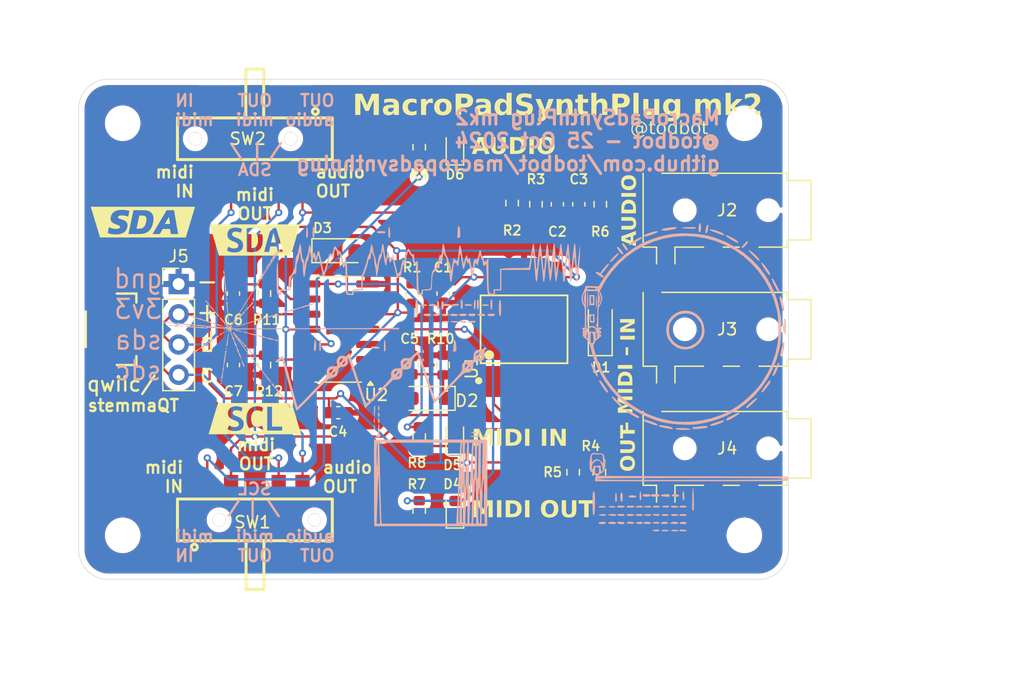
<source format=kicad_pcb>
(kicad_pcb (version 20240108) (generator "pcbnew") (generator_version "8.0")
  (layers (0 "F.Cu" signal) (31 "B.Cu" signal) (34 "B.Paste" user) (35 "F.Paste" user) (36 "B.SilkS" user "B.Silkscreen") (37 "F.SilkS" user "F.Silkscreen") (38 "B.Mask" user) (39 "F.Mask" user) (44 "Edge.Cuts" user))
  (net 0 "")
  (net 1 "+3.3V")
  (net 2 "GND")
  (net 3 "Net-(C2-Pad1)")
  (net 4 "Net-(C3-Pad1)")
  (net 5 "Net-(D1-K)")
  (net 6 "Net-(D1-A)")
  (net 7 "/SCL")
  (net 8 "/SDA")
  (net 11 "Net-(J4-PadR1)")
  (net 12 "Net-(J4-PadT)")
  (net 13 "/MIDI_IN")
  (net 14 "/PWM_AUDIO_OUT")
  (net 15 "/MIDI_OUT")
  (net 27 "Net-(C7-Pad1)")
  (net 28 "Net-(R7-Pad2)")
  (net 29 "Net-(R8-Pad2)")
  (net 30 "Net-(R9-Pad2)")
  (net 31 "Net-(D2-K)")
  (net 32 "Net-(D3-K)")
  (net 33 "Net-(D2-A)")
  (net 34 "Net-(D3-A)")
  (net 35 "Net-(D4-K)")
  (net 36 "Net-(D5-K)")
  (net 37 "Net-(D6-A)")
  (footprint "Resistor_SMD:R_0603_1608Metric" (layer "F.Cu") (at 56.588999 47 90)
    (property "Reference" "R10" (at 2.2 -0.2 0) (layer "F.SilkS") (effects (font (size 0.8 0.8))))
    (property "Value" "470k")
    (pad "1" smd roundrect (at -0.825 0 90) (size 0.8 0.95) (layers "F.Cu" "F.Paste" "F.Mask") (net 31 "Net-(D2-K)"))
    (pad "2" smd roundrect (at 0.825 0 90) (size 0.8 0.95) (layers "F.Cu" "F.Paste" "F.Mask") (net 2 "GND"))
  )
  (footprint "LED_SMD:LED_0603_1608Metric" (layer "F.Cu") (at 57.588999 59.2 90)
    (property "Reference" "D4" (at 2.2 -0.2 180) (layer "F.SilkS") (effects (font (size 0.8 0.8))))
    (property "Value" "LED")
    (pad "1" smd roundrect (at -0.787501 0 90) (size 0.875 0.95) (layers "F.Cu" "F.Paste" "F.Mask") (net 35 "Net-(D4-K)"))
    (pad "2" smd roundrect (at 0.787501 0 90) (size 0.875 0.95) (layers "F.Cu" "F.Paste" "F.Mask") (net 1 "+3.3V"))
  )
  (footprint "Diode_SMD:D_SOD-123F" (layer "F.Cu") (at 55.388999 49.8 180)
    (property "Reference" "D2" (at -3.2 -0.2 0) (layer "F.SilkS"))
    (property "Value" "1N4148WT")
    (pad "1" smd roundrect (at -1.399999 0 180) (size 1.1 1.1) (layers "F.Cu" "F.Paste" "F.Mask") (roundrect_rratio 0.2272727273) (net 31 "Net-(D2-K)"))
    (pad "2" smd roundrect (at 1.399999 0 180) (size 1.1 1.1) (layers "F.Cu" "F.Paste" "F.Mask") (roundrect_rratio 0.2272727273) (net 33 "Net-(D2-A)"))
  )
  (footprint "MountingHole:MountingHole_2.5mm" (layer "F.Cu") (at 29.688999 26.7)
    (property "Reference" "H1" (hide yes))
    (property "Value" "MountingHole" (hide yes))
    (pad "" np_thru_hole circle (at 0 0) (size 2.5 2.5) (drill 2.5) (layers "*.Cu" "*.Mask"))
  )
  (footprint "Resistor_SMD:R_0603_1608Metric" (layer "F.Cu") (at 69.713999 56 90)
    (property "Reference" "R4" (at 2.2 -0.725 180) (layer "F.SilkS") (effects (font (size 0.8 0.8))))
    (property "Value" "10")
    (pad "1" smd roundrect (at -0.825 0 90) (size 0.8 0.95) (layers "F.Cu" "F.Paste" "F.Mask") (net 12 "Net-(J4-PadT)"))
    (pad "2" smd roundrect (at 0.825 0 90) (size 0.8 0.95) (layers "F.Cu" "F.Paste" "F.Mask") (net 15 "/MIDI_OUT"))
  )
  (footprint "Resistor_SMD:R_0603_1608Metric" (layer "F.Cu") (at 54.588999 28.712499 -90)
    (property "Reference" "R9" (at 2.287501 0 0) (layer "F.SilkS") (effects (font (size 0.8 0.8))))
    (property "Value" "1.8k")
    (pad "1" smd roundrect (at -0.825 0 270) (size 0.8 0.95) (layers "F.Cu" "F.Paste" "F.Mask") (net 37 "Net-(D6-A)"))
    (pad "2" smd roundrect (at 0.825 0 270) (size 0.8 0.95) (layers "F.Cu" "F.Paste" "F.Mask") (net 30 "Net-(R9-Pad2)"))
  )
  (footprint "Resistor_SMD:R_0603_1608Metric" (layer "F.Cu") (at 69.788999 33.5 -90)
    (property "Reference" "R6" (at 2.3 0 180) (layer "F.SilkS") (effects (font (size 0.8 0.8))))
    (property "Value" "1.8k")
    (pad "1" smd roundrect (at -0.825 0 270) (size 0.8 0.95) (layers "F.Cu" "F.Paste" "F.Mask") (net 2 "GND"))
    (pad "2" smd roundrect (at 0.825 0 270) (size 0.8 0.95) (layers "F.Cu" "F.Paste" "F.Mask") (net 4 "Net-(C3-Pad1)"))
  )
  (footprint "Resistor_SMD:R_0603_1608Metric" (layer "F.Cu") (at 53.988999 41 90)
    (property "Reference" "R1" (at 2.2 0 0) (layer "F.SilkS") (effects (font (size 0.8 0.8))))
    (property "Value" "4.7k")
    (pad "1" smd roundrect (at -0.825 0 90) (size 0.8 0.95) (layers "F.Cu" "F.Paste" "F.Mask") (net 13 "/MIDI_IN"))
    (pad "2" smd roundrect (at 0.825 0 90) (size 0.8 0.95) (layers "F.Cu" "F.Paste" "F.Mask") (net 1 "+3.3V"))
  )
  (footprint "easyeda2kicad:SMD-6_L7.3-W6.5-P2.54-LS10.2-BL" (layer "F.Cu") (at 63.388999 44)
    (property "Reference" "U1" (at -4.4 3.2 90) (layer "F.SilkS"))
    (property "Value" "H11L1S(TA)")
    (pad "1" smd rect (at -2.54 4.38) (size 1.42 2.6) (layers "F.Cu" "F.Paste" "F.Mask") (net 5 "Net-(D1-K)"))
    (pad "2" smd rect (at 0 4.38) (size 1.42 2.6) (layers "F.Cu" "F.Paste" "F.Mask") (net 6 "Net-(D1-A)"))
    (pad "3" smd rect (at 2.54 4.38) (size 1.42 2.6) (layers "F.Cu" "F.Paste" "F.Mask"))
    (pad "4" smd rect (at 2.54 -4.38) (size 1.42 2.6) (layers "F.Cu" "F.Paste" "F.Mask") (net 13 "/MIDI_IN"))
    (pad "5" smd rect (at 0 -4.38) (size 1.42 2.6) (layers "F.Cu" "F.Paste" "F.Mask") (net 2 "GND"))
    (pad "6" smd rect (at -2.54 -4.38) (size 1.42 2.6) (layers "F.Cu" "F.Paste" "F.Mask") (net 1 "+3.3V"))
  )
  (footprint "Diode_SMD:D_SOD-123F" (layer "F.Cu") (at 47.788999 37.4)
    (property "Reference" "D3" (at -1.325 -1.905 0) (layer "F.SilkS") (effects (font (size 0.8 0.8))))
    (property "Value" "1N4148WT")
    (pad "1" smd roundrect (at -1.399999 0) (size 1.1 1.1) (layers "F.Cu" "F.Paste" "F.Mask") (roundrect_rratio 0.2272727273) (net 32 "Net-(D3-K)"))
    (pad "2" smd roundrect (at 1.399999 0) (size 1.1 1.1) (layers "F.Cu" "F.Paste" "F.Mask") (roundrect_rratio 0.2272727273) (net 34 "Net-(D3-A)"))
  )
  (footprint "kibuzzard-6721CC38" (layer "F.Cu") (at 31.388999 35)
    (property "Reference" "kibuzzard-6721CC38" (hide yes))
    (property "Value" "G***" (hide yes))
  )
  (footprint "Capacitor_SMD:C_0603_1608Metric" (layer "F.Cu") (at 66.188999 33.5 -90)
    (property "Reference" "C2" (at 2.3 0 180) (layer "F.SilkS") (effects (font (size 0.8 0.8))))
    (property "Value" "100n")
    (pad "1" smd roundrect (at -0.775 0 270) (size 0.9 0.95) (layers "F.Cu" "F.Paste" "F.Mask") (net 3 "Net-(C2-Pad1)"))
    (pad "2" smd roundrect (at 0.775 0 270) (size 0.9 0.95) (layers "F.Cu" "F.Paste" "F.Mask") (net 2 "GND"))
  )
  (footprint "todbot_stuff:Jack_3.5mm_PJ320D_Horizontal" (layer "F.Cu") (at 79.113999 34 180)
    (property "Reference" "J2" (at -1.33 0 0) (layer "F.SilkS"))
    (property "Value" "AudioJack4")
    (pad "" np_thru_hole circle (at -4.775 0 180) (size 1.5 1.5) (drill 1.5) (layers "*.Cu" "*.Mask"))
    (pad "" np_thru_hole circle (at 2.225001 0 180) (size 1.5 1.5) (drill 1.5) (layers "*.Cu" "*.Mask"))
    (pad "R1" smd rect (at -0.175 -3.25 180) (size 1.2 2.5) (layers "F.Cu" "F.Paste" "F.Mask") (net 4 "Net-(C3-Pad1)"))
    (pad "R2" smd rect (at -3.175 -3.25 180) (size 1.2 2.5) (layers "F.Cu" "F.Paste" "F.Mask") (net 2 "GND"))
    (pad "S" smd rect (at 4.925 3.25 180) (size 1.2 2.5) (layers "F.Cu" "F.Paste" "F.Mask") (net 2 "GND"))
    (pad "T" smd rect (at 3.824999 -3.25 180) (size 1.2 2.5) (layers "F.Cu" "F.Paste" "F.Mask") (net 4 "Net-(C3-Pad1)"))
  )
  (footprint "Resistor_SMD:R_0603_1608Metric" (layer "F.Cu") (at 67.513999 56 90)
    (property "Reference" "R5" (at 0 -1.725 0) (layer "F.SilkS") (effects (font (size 0.8 0.8))))
    (property "Value" "33")
    (pad "1" smd roundrect (at -0.825 0 90) (size 0.8 0.95) (layers "F.Cu" "F.Paste" "F.Mask") (net 11 "Net-(J4-PadR1)"))
    (pad "2" smd roundrect (at 0.825 0 90) (size 0.8 0.95) (layers "F.Cu" "F.Paste" "F.Mask") (net 1 "+3.3V"))
  )
  (footprint "Capacitor_SMD:C_0603_1608Metric" (layer "F.Cu") (at 38.988999 41 -90)
    (property "Reference" "C6" (at 2.2 0 180) (layer "F.SilkS") (effects (font (size 0.8 0.8))))
    (property "Value" "100n")
    (pad "1" smd roundrect (at -0.775 0 270) (size 0.9 0.95) (layers "F.Cu" "F.Paste" "F.Mask") (net 32 "Net-(D3-K)"))
    (pad "2" smd roundrect (at 0.775 0 270) (size 0.9 0.95) (layers "F.Cu" "F.Paste" "F.Mask") (net 2 "GND"))
  )
  (footprint "MountingHole:MountingHole_2.5mm" (layer "F.Cu") (at 81.888999 26.7)
    (property "Reference" "H3" (hide yes))
    (property "Value" "MountingHole" (hide yes))
    (pad "" np_thru_hole circle (at 0 0) (size 2.5 2.5) (drill 2.5) (layers "*.Cu" "*.Mask"))
  )
  (footprint "todbot_stuff:Jack_3.5mm_PJ320D_Horizontal" (layer "F.Cu") (at 79.113999 44 180)
    (property "Reference" "J3" (at -1.33 0 0) (layer "F.SilkS"))
    (property "Value" "AudioJack4")
    (pad "" np_thru_hole circle (at -4.775 0 180) (size 1.5 1.5) (drill 1.5) (layers "*.Cu" "*.Mask"))
    (pad "" np_thru_hole circle (at 2.225001 0 180) (size 1.5 1.5) (drill 1.5) (layers "*.Cu" "*.Mask"))
    (pad "R1" smd rect (at -0.175 -3.25 180) (size 1.2 2.5) (layers "F.Cu" "F.Paste" "F.Mask") (net 5 "Net-(D1-K)"))
    (pad "R2" smd rect (at -3.175 -3.25 180) (size 1.2 2.5) (layers "F.Cu" "F.Paste" "F.Mask"))
    (pad "S" smd rect (at 4.925 3.25 180) (size 1.2 2.5) (layers "F.Cu" "F.Paste" "F.Mask") (net 2 "GND"))
    (pad "T" smd rect (at 3.824999 -3.25 180) (size 1.2 2.5) (layers "F.Cu" "F.Paste" "F.Mask") (net 6 "Net-(D1-A)"))
  )
  (footprint "Resistor_SMD:R_0603_1608Metric" (layer "F.Cu") (at 54.588999 53.012499 90)
    (property "Reference" "R8" (at -2.187501 -0.2 0) (layer "F.SilkS") (effects (font (size 0.8 0.8))))
    (property "Value" "1.8k")
    (pad "1" smd roundrect (at -0.825 0 90) (size 0.8 0.95) (layers "F.Cu" "F.Paste" "F.Mask") (net 36 "Net-(D5-K)"))
    (pad "2" smd roundrect (at 0.825 0 90) (size 0.8 0.95) (layers "F.Cu" "F.Paste" "F.Mask") (net 29 "Net-(R8-Pad2)"))
  )
  (footprint "Resistor_SMD:R_0603_1608Metric" (layer "F.Cu") (at 41.588999 41 -90)
    (property "Reference" "R11" (at 2.2 -0.2 180) (layer "F.SilkS") (effects (font (size 0.8 0.8))))
    (property "Value" "100k")
    (pad "1" smd roundrect (at -0.825 0 270) (size 0.8 0.95) (layers "F.Cu" "F.Paste" "F.Mask") (net 32 "Net-(D3-K)"))
    (pad "2" smd roundrect (at 0.825 0 270) (size 0.8 0.95) (layers "F.Cu" "F.Paste" "F.Mask") (net 2 "GND"))
  )
  (footprint "Resistor_SMD:R_0603_1608Metric" (layer "F.Cu") (at 41.588999 47 -90)
    (property "Reference" "R12" (at 2.2 -0.4 180) (layer "F.SilkS") (effects (font (size 0.8 0.8))))
    (property "Value" "100k")
    (pad "1" smd roundrect (at -0.825 0 270) (size 0.8 0.95) (layers "F.Cu" "F.Paste" "F.Mask") (net 27 "Net-(C7-Pad1)"))
    (pad "2" smd roundrect (at 0.825 0 270) (size 0.8 0.95) (layers "F.Cu" "F.Paste" "F.Mask") (net 2 "GND"))
  )
  (footprint "Resistor_SMD:R_0603_1608Metric" (layer "F.Cu") (at 54.588999 59.212499 90)
    (property "Reference" "R7" (at 2.2 -0.2 0) (layer "F.SilkS") (effects (font (size 0.8 0.8))))
    (property "Value" "1.8k")
    (pad "1" smd roundrect (at -0.825 0 90) (size 0.8 0.95) (layers "F.Cu" "F.Paste" "F.Mask") (net 35 "Net-(D4-K)"))
    (pad "2" smd roundrect (at 0.825 0 90) (size 0.8 0.95) (layers "F.Cu" "F.Paste" "F.Mask") (net 28 "Net-(R7-Pad2)"))
  )
  (footprint "LED_SMD:LED_0603_1608Metric" (layer "F.Cu") (at 57.576499 53 90)
    (property "Reference" "D5" (at -2.4 -0.1875 180) (layer "F.SilkS") (effects (font (size 0.8 0.8))))
    (property "Value" "LED")
    (pad "1" smd roundrect (at -0.787501 0 90) (size 0.875 0.95) (layers "F.Cu" "F.Paste" "F.Mask") (net 36 "Net-(D5-K)"))
    (pad "2" smd roundrect (at 0.787501 0 90) (size 0.875 0.95) (layers "F.Cu" "F.Paste" "F.Mask") (net 1 "+3.3V"))
  )
  (footprint "Capacitor_SMD:C_0603_1608Metric" (layer "F.Cu") (at 67.988999 33.5 90)
    (property "Reference" "C3" (at 2.1 0 180) (layer "F.SilkS") (effects (font (size 0.8 0.8))))
    (property "Value" "47u")
    (pad "1" smd roundrect (at -0.775 0 90) (size 0.9 0.95) (layers "F.Cu" "F.Paste" "F.Mask") (net 4 "Net-(C3-Pad1)"))
    (pad "2" smd roundrect (at 0.775 0 90) (size 0.9 0.95) (layers "F.Cu" "F.Paste" "F.Mask") (net 3 "Net-(C2-Pad1)"))
  )
  (footprint "Capacitor_SMD:C_0603_1608Metric" (layer "F.Cu") (at 38.988999 47 -90)
    (property "Reference" "C7" (at 2.2 0 180) (layer "F.SilkS") (effects (font (size 0.8 0.8))))
    (property "Value" "100n")
    (pad "1" smd roundrect (at -0.775 0 270) (size 0.9 0.95) (layers "F.Cu" "F.Paste" "F.Mask") (net 27 "Net-(C7-Pad1)"))
    (pad "2" smd roundrect (at 0.775 0 270) (size 0.9 0.95) (layers "F.Cu" "F.Paste" "F.Mask") (net 2 "GND"))
  )
  (footprint "Diode_SMD:D_SOD-123F" (layer "F.Cu") (at 69.788999 44 90)
    (property "Reference" "D1" (at -3.2 0.075 180) (layer "F.SilkS") (effects (font (size 0.8 0.8))))
    (property "Value" "1N4148WT")
    (pad "1" smd roundrect (at -1.399999 0 90) (size 1.1 1.1) (layers "F.Cu" "F.Paste" "F.Mask") (roundrect_rratio 0.2272727273) (net 5 "Net-(D1-K)"))
    (pad "2" smd roundrect (at 1.399999 0 90) (size 1.1 1.1) (layers "F.Cu" "F.Paste" "F.Mask") (roundrect_rratio 0.2272727273) (net 6 "Net-(D1-A)"))
  )
  (footprint "Capacitor_SMD:C_0603_1608Metric" (layer "F.Cu") (at 56.588999 41 -90)
    (property "Reference" "C1" (at -2.2 0 0) (layer "F.SilkS") (effects (font (size 0.8 0.8))))
    (property "Value" "100n")
    (pad "1" smd roundrect (at -0.775 0 270) (size 0.9 0.95) (layers "F.Cu" "F.Paste" "F.Mask") (net 1 "+3.3V"))
    (pad "2" smd roundrect (at 0.775 0 270) (size 0.9 0.95) (layers "F.Cu" "F.Paste" "F.Mask") (net 2 "GND"))
  )
  (footprint "todbot_stuff:Jack_3.5mm_PJ320D_Horizontal" (layer "F.Cu") (at 79.113999 54 180)
    (property "Reference" "J4" (at -1.33 0 0) (layer "F.SilkS"))
    (property "Value" "AudioJack4")
    (pad "" np_thru_hole circle (at -4.775 0 180) (size 1.5 1.5) (drill 1.5) (layers "*.Cu" "*.Mask"))
    (pad "" np_thru_hole circle (at 2.225001 0 180) (size 1.5 1.5) (drill 1.5) (layers "*.Cu" "*.Mask"))
    (pad "R1" smd rect (at -0.175 -3.25 180) (size 1.2 2.5) (layers "F.Cu" "F.Paste" "F.Mask") (net 11 "Net-(J4-PadR1)"))
    (pad "R2" smd rect (at -3.175 -3.25 180) (size 1.2 2.5) (layers "F.Cu" "F.Paste" "F.Mask"))
    (pad "S" smd rect (at 4.925 3.25 180) (size 1.2 2.5) (layers "F.Cu" "F.Paste" "F.Mask") (net 2 "GND"))
    (pad "T" smd rect (at 3.824999 -3.25 180) (size 1.2 2.5) (layers "F.Cu" "F.Paste" "F.Mask") (net 12 "Net-(J4-PadT)"))
  )
  (footprint "Package_SO:SOIC-14_3.9x8.7mm_P1.27mm" (layer "F.Cu") (at 47.788999 44 180)
    (property "Reference" "U2" (at -3.2 -5.5 0) (layer "F.SilkS"))
    (property "Value" "74HC14")
    (pad "1" smd roundrect (at -2.475 -3.81 180) (size 1.95 0.6) (layers "F.Cu" "F.Paste" "F.Mask") (net 15 "/MIDI_OUT"))
    (pad "2" smd roundrect (at -2.475 -2.54 180) (size 1.95 0.6) (layers "F.Cu" "F.Paste" "F.Mask") (net 33 "Net-(D2-A)"))
    (pad "3" smd roundrect (at -2.475 -1.27 180) (size 1.95 0.6) (layers "F.Cu" "F.Paste" "F.Mask") (net 31 "Net-(D2-K)"))
    (pad "4" smd roundrect (at -2.475 0 180) (size 1.95 0.6) (layers "F.Cu" "F.Paste" "F.Mask") (net 28 "Net-(R7-Pad2)"))
    (pad "5" smd roundrect (at -2.475 1.27 180) (size 1.95 0.6) (layers "F.Cu" "F.Paste" "F.Mask") (net 13 "/MIDI_IN"))
    (pad "6" smd roundrect (at -2.475 2.54 180) (size 1.95 0.6) (layers "F.Cu" "F.Paste" "F.Mask") (net 34 "Net-(D3-A)"))
    (pad "7" smd roundrect (at -2.475 3.81 180) (size 1.95 0.6) (layers "F.Cu" "F.Paste" "F.Mask") (net 2 "GND"))
    (pad "8" smd roundrect (at 2.475 3.81 180) (size 1.95 0.6) (layers "F.Cu" "F.Paste" "F.Mask") (net 29 "Net-(R8-Pad2)"))
    (pad "9" smd roundrect (at 2.475 2.54 180) (size 1.95 0.6) (layers "F.Cu" "F.Paste" "F.Mask") (net 32 "Net-(D3-K)"))
    (pad "10" smd roundrect (at 2.475 1.27 180) (size 1.95 0.6) (layers "F.Cu" "F.Paste" "F.Mask") (net 27 "Net-(C7-Pad1)"))
    (pad "11" smd roundrect (at 2.475 0 180) (size 1.95 0.6) (layers "F.Cu" "F.Paste" "F.Mask") (net 14 "/PWM_AUDIO_OUT"))
    (pad "12" smd roundrect (at 2.475 -1.27 180) (size 1.95 0.6) (layers "F.Cu" "F.Paste" "F.Mask") (net 30 "Net-(R9-Pad2)"))
    (pad "13" smd roundrect (at 2.475 -2.54 180) (size 1.95 0.6) (layers "F.Cu" "F.Paste" "F.Mask") (net 27 "Net-(C7-Pad1)"))
    (pad "14" smd roundrect (at 2.475 -3.81 180) (size 1.95 0.6) (layers "F.Cu" "F.Paste" "F.Mask") (net 1 "+3.3V"))
  )
  (footprint "Resistor_SMD:R_0603_1608Metric" (layer "F.Cu") (at 62.388999 33.4 -90)
    (property "Reference" "R2" (at 2.3 0 180) (layer "F.SilkS") (effects (font (size 0.8 0.8))))
    (property "Value" "220")
    (pad "1" smd roundrect (at -0.825 0 270) (size 0.8 0.95) (layers "F.Cu" "F.Paste" "F.Mask") (net 3 "Net-(C2-Pad1)"))
    (pad "2" smd roundrect (at 0.825 0 270) (size 0.8 0.95) (layers "F.Cu" "F.Paste" "F.Mask") (net 14 "/PWM_AUDIO_OUT"))
  )
  (footprint "MountingHole:MountingHole_2.5mm" (layer "F.Cu") (at 81.888999 61.3)
    (property "Reference" "H4" (hide yes))
    (property "Value" "MountingHole" (hide yes))
    (pad "" np_thru_hole circle (at 0 0) (size 2.5 2.5) (drill 2.5) (layers "*.Cu" "*.Mask"))
  )
  (footprint "kibuzzard-6721CB0B" (layer "F.Cu") (at 40.788999 51.5)
    (property "Reference" "kibuzzard-6721CB0B" (hide yes))
    (property "Value" "G***" (hide yes))
  )
  (footprint "Connector_PinHeader_2.54mm:PinHeader_1x04_P2.54mm_Vertical" (layer "F.Cu") (at 34.388999 40.2)
    (property "Reference" "J5" (at 0 -2.33 0) (layer "F.SilkS"))
    (property "Value" "Conn_01x04")
    (pad "1" thru_hole rect (at 0 0) (size 1.7 1.7) (drill 1) (layers "*.Cu" "*.Mask") (net 2 "GND"))
    (pad "2" thru_hole oval (at 0 2.54) (size 1.7 1.7) (drill 1) (layers "*.Cu" "*.Mask") (net 1 "+3.3V"))
    (pad "3" thru_hole oval (at 0 5.08) (size 1.7 1.7) (drill 1) (layers "*.Cu" "*.Mask") (net 8 "/SDA"))
    (pad "4" thru_hole oval (at 0 7.62) (size 1.7 1.7) (drill 1) (layers "*.Cu" "*.Mask") (net 7 "/SCL"))
  )
  (footprint "Resistor_SMD:R_0603_1608Metric" (layer "F.Cu") (at 64.388999 33.5 90)
    (property "Reference" "R3" (at 2.1 0 180) (layer "F.SilkS") (effects (font (size 0.8 0.8))))
    (property "Value" "100")
    (pad "1" smd roundrect (at -0.825 0 90) (size 0.8 0.95) (layers "F.Cu" "F.Paste" "F.Mask") (net 2 "GND"))
    (pad "2" smd roundrect (at 0.825 0 90) (size 0.8 0.95) (layers "F.Cu" "F.Paste" "F.Mask") (net 3 "Net-(C2-Pad1)"))
  )
  (footprint "MountingHole:MountingHole_2.5mm" (layer "F.Cu") (at 29.688999 61.3)
    (property "Reference" "H2" (hide yes))
    (property "Value" "MountingHole")
    (pad "" np_thru_hole circle (at 0 0) (size 2.5 2.5) (drill 2.5) (layers "*.Cu" "*.Mask"))
  )
  (footprint "easyeda2kicad:SW-SMD_K3-2346S-L1" (layer "F.Cu") (at 40.788999 60)
    (property "Reference" "SW1" (at -0.2 0.2 0) (layer "F.SilkS"))
    (property "Value" "K3-2346S-L1")
    (pad "" thru_hole circle (at -3 0) (size 1.1 1.1) (drill 1.1) (layers "*.Cu" "*.Mask"))
    (pad "" thru_hole circle (at 5 0) (size 1.1 1.1) (drill 1.1) (layers "*.Cu" "*.Mask"))
    (pad "1" smd rect (at -4 2.9 90) (size 1.75 1.2) (layers "F.Cu" "F.Paste" "F.Mask"))
    (pad "2" smd rect (at -2 2.9 90) (size 1.75 1.2) (layers "F.Cu" "F.Paste" "F.Mask"))
    (pad "3" smd rect (at 2 2.9 90) (size 1.75 1.2) (layers "F.Cu" "F.Paste" "F.Mask"))
    (pad "4" smd rect (at 4 2.9 90) (size 1.75 1.2) (layers "F.Cu" "F.Paste" "F.Mask"))
    (pad "5" smd rect (at 4 -2.9 90) (size 1.75 1.2) (layers "F.Cu" "F.Paste" "F.Mask") (net 14 "/PWM_AUDIO_OUT"))
    (pad "6" smd rect (at 2 -2.9 90) (size 1.75 1.2) (layers "F.Cu" "F.Paste" "F.Mask") (net 7 "/SCL"))
    (pad "7" smd rect (at -2 -2.9 90) (size 1.75 1.2) (layers "F.Cu" "F.Paste" "F.Mask") (net 15 "/MIDI_OUT"))
    (pad "8" smd rect (at -4 -2.9 90) (size 1.75 1.2) (layers "F.Cu" "F.Paste" "F.Mask") (net 13 "/MIDI_IN"))
  )
  (footprint "kibuzzard-6721CAF2" (layer "F.Cu") (at 40.788999 36.5)
    (property "Reference" "kibuzzard-6721CAF2" (hide yes))
    (property "Value" "G***" (hide yes))
  )
  (footprint "easyeda2kicad:SW-SMD_K3-2346S-L1" (layer "F.Cu") (at 40.788999 28 180)
    (property "Reference" "SW2" (at 0.6 0 0) (layer "F.SilkS"))
    (property "Value" "K3-2346S-L1")
    (pad "" thru_hole circle (at -3 0 180) (size 1.1 1.1) (drill 1.1) (layers "*.Cu" "*.Mask"))
    (pad "" thru_hole circle (at 5 0 180) (size 1.1 1.1) (drill 1.1) (layers "*.Cu" "*.Mask"))
    (pad "1" smd rect (at -4 2.9 270) (size 1.75 1.2) (layers "F.Cu" "F.Paste" "F.Mask"))
    (pad "2" smd rect (at -2 2.9 270) (size 1.75 1.2) (layers "F.Cu" "F.Paste" "F.Mask"))
    (pad "3" smd rect (at 2 2.9 270) (size 1.75 1.2) (layers "F.Cu" "F.Paste" "F.Mask"))
    (pad "4" smd rect (at 4 2.9 270) (size 1.75 1.2) (layers "F.Cu" "F.Paste" "F.Mask"))
    (pad "5" smd rect (at 4 -2.9 270) (size 1.75 1.2) (layers "F.Cu" "F.Paste" "F.Mask") (net 13 "/MIDI_IN"))
    (pad "6" smd rect (at 2 -2.9 270) (size 1.75 1.2) (layers "F.Cu" "F.Paste" "F.Mask") (net 8 "/SDA"))
    (pad "7" smd rect (at -2 -2.9 270) (size 1.75 1.2) (layers "F.Cu" "F.Paste" "F.Mask") (net 15 "/MIDI_OUT"))
    (pad "8" smd rect (at -4 -2.9 270) (size 1.75 1.2) (layers "F.Cu" "F.Paste" "F.Mask") (net 14 "/PWM_AUDIO_OUT"))
  )
  (footprint "Capacitor_SMD:C_0603_1608Metric" (layer "F.Cu") (at 53.988999 47 90)
    (property "Reference" "C5" (at 2.2 -0.2 0) (layer "F.SilkS") (effects (font (size 0.8 0.8))))
    (property "Value" "100n")
    (pad "1" smd roundrect (at -0.775 0 90) (size 0.9 0.95) (layers "F.Cu" "F.Paste" "F.Mask") (net 31 "Net-(D2-K)"))
    (pad "2" smd roundrect (at 0.775 0 90) (size 0.9 0.95) (layers "F.Cu" "F.Paste" "F.Mask") (net 2 "GND"))
  )
  (footprint "SparkFun-Connector:JST_SMD_1.0mm-4_RA" (layer "F.Cu") (at 31.188999 44 -90)
    (property "Reference" "J1")
    (property "Value" "Qwiic_RA")
    (pad "1" smd rect (at -1.5 0 270) (size 0.6 1.35) (layers "F.Cu" "F.Paste" "F.Mask") (net 2 "GND"))
    (pad "2" smd rect (at -0.5 0 270) (size 0.6 1.35) (layers "F.Cu" "F.Paste" "F.Mask") (net 1 "+3.3V"))
    (pad "3" smd rect (at 0.5 0 270) (size 0.6 1.35) (layers "F.Cu" "F.Paste" "F.Mask") (net 8 "/SDA"))
    (pad "4" smd rect (at 1.5 0 270) (size 0.6 1.35) (layers "F.Cu" "F.Paste" "F.Mask") (net 7 "/SCL"))
    (pad "NC1" smd rect (at 2.8 3.675 270) (size 1.2 2) (layers "F.Cu" "F.Paste" "F.Mask"))
    (pad "NC2" smd rect (at -2.8 3.675 270) (size 1.2 2) (layers "F.Cu" "F.Paste" "F.Mask"))
  )
  (footprint "Capacitor_SMD:C_0603_1608Metric" (layer "F.Cu") (at 47.788999 51)
    (property "Reference" "C4" (at -0.025 1.6 0) (layer "F.SilkS") (effects (font (size 0.8 0.8))))
    (property "Value" "100n")
    (pad "1" smd roundrect (at -0.775 0) (size 0.9 0.95) (layers "F.Cu" "F.Paste" "F.Mask") (net 1 "+3.3V"))
    (pad "2" smd roundrect (at 0.775 0) (size 0.9 0.95) (layers "F.Cu" "F.Paste" "F.Mask") (net 2 "GND"))
  )
  (footprint "LED_SMD:LED_0603_1608Metric" (layer "F.Cu") (at 57.588999 28.712499 90)
    (property "Reference" "D6" (at -2.287501 0 180) (layer "F.SilkS") (effects (font (size 0.8 0.8))))
    (property "Value" "LED")
    (pad "1" smd roundrect (at -0.787501 0 90) (size 0.875 0.95) (layers "F.Cu" "F.Paste" "F.Mask") (net 2 "GND"))
    (pad "2" smd roundrect (at 0.787501 0 90) (size 0.875 0.95) (layers "F.Cu" "F.Paste" "F.Mask") (net 37 "Net-(D6-A)"))
  )
  (footprint "LOGO" (layer "B.Cu") (at 64.988999 48.4 180)
    (property "Reference" "G***" (hide yes))
    (property "Value" "LOGO" (hide yes))
  )
  (footprint "LOGO" (layer "B.Cu") (at 42.988999 44)
    (property "Reference" "G***" (hide yes))
    (property "Value" "LOGO" (hide yes))
  )
  (gr_line (start 28.488999 23) (end 83.088999 23) (stroke (width 0.05)) (layer "Edge.Cuts"))
  (gr_line (start 83.088999 65) (end 28.488999 65) (stroke (width 0.05)) (layer "Edge.Cuts"))
  (gr_line (start 85.588999 25.5) (end 85.588999 62.5) (stroke (width 0.05)) (layer "Edge.Cuts"))
  (gr_arc (start 28.488999 65) (mid 26.721233 64.267767) (end 25.988999 62.5) (stroke (width 0.05)) (layer "Edge.Cuts"))
  (gr_arc (start 85.588999 62.5) (mid 84.856766 64.267767) (end 83.088999 65) (stroke (width 0.05)) (layer "Edge.Cuts"))
  (gr_line (start 25.988999 62.5) (end 25.988999 25.5) (stroke (width 0.05)) (layer "Edge.Cuts"))
  (gr_arc (start 25.988999 25.5) (mid 26.721232 23.732233) (end 28.488999 23) (stroke (width 0.05)) (layer "Edge.Cuts"))
  (gr_arc (start 83.088999 23) (mid 84.856766 23.732233) (end 85.588999 25.5) (stroke (width 0.05)) (layer "Edge.Cuts"))
  (gr_text "audio\nOUT" (at 47.588999 62.2 0) (layer "B.SilkS") (effects (font (size 1 1) (thickness 0.2) (bold yes)) (justify left mirror)))
  (gr_text "\\ | /" (at 40.788999 29 0) (layer "B.SilkS") (effects (font (size 1 1) (thickness 0.2) (bold yes)) (justify mirror)))
  (gr_text "SDA" (at 40.788999 30.6 0) (layer "B.SilkS") (effects (font (size 1 1) (thickness 0.2) (bold yes)) (justify mirror)))
  (gr_text "IN\nmidi\n" (at 33.988999 25.6 0) (layer "B.SilkS") (effects (font (size 1 1) (thickness 0.2) (bold yes)) (justify right mirror)))
  (gr_text "gnd\n3v3\nsda\nsdc" (at 30.988999 43.6 0) (layer "B.SilkS") (effects (font (size 1.6 1.5) (thickness 0.2)) (justify mirror)))
  (gr_text "midi\nOUT" (at 40.788999 62.2 0) (layer "B.SilkS") (effects (font (size 1 1) (thickness 0.2) (bold yes)) (justify mirror)))
  (gr_text "MacroPadSynthPlug mk2\n@todbot - 25 Oct 2024\ngithub.com/todbot/macropadsynthplug" (at 79.988999 30.8 0) (layer "B.SilkS") (effects (font (size 1.2 1.2) (thickness 0.25) (bold yes)) (justify left bottom mirror)))
  (gr_text "SCL" (at 40.788999 57.4 0) (layer "B.SilkS") (effects (font (size 1 1) (thickness 0.2) (bold yes)) (justify mirror)))
  (gr_text "midi\nIN" (at 33.988999 62.2 0) (layer "B.SilkS") (effects (font (size 1 1) (thickness 0.2) (bold yes)) (justify right mirror)))
  (gr_text "OUT\naudio\n" (at 47.588999 25.6 0) (layer "B.SilkS") (effects (font (size 1 1) (thickness 0.2) (bold yes)) (justify left mirror)))
  (gr_text "OUT\nmidi\n" (at 40.788999 25.6 0) (layer "B.SilkS") (effects (font (size 1 1) (thickness 0.2) (bold yes)) (justify mirror)))
  (gr_text "/ | \\" (at 40.788999 59 0) (layer "B.SilkS") (effects (font (size 1 1) (thickness 0.2) (bold yes)) (justify mirror)))
  (gr_text "midi\nOUT" (at 40.888999 54.5 0) (layer "F.SilkS") (effects (font (size 1 1) (thickness 0.2) (bold yes))))
  (gr_text "MacroPadSynthPlug mk2" (at 48.988999 26.3 0) (layer "F.SilkS") (effects (font (size 1.75 1.75) (thickness 0.3) (bold yes)) (justify left bottom)))
  (gr_text "AUDIO" (at 58.988999 28.7 0) (layer "F.SilkS") (effects (font (size 1.4 1.4) (thickness 0.3) (bold yes)) (justify left)))
  (gr_text "OUT" (at 72.188999 54 90) (layer "F.SilkS") (effects (font (size 1.2 1.2) (thickness 0.2) (bold yes))))
  (gr_text "-\n+\nd\nc" (at 36.788999 43.8 0) (layer "F.SilkS") (effects (font (size 1.6 1.5) (thickness 0.1875))))
  (gr_text "audio\nOUT" (at 45.788999 31.6 0) (layer "F.SilkS") (effects (font (size 1 1) (thickness 0.2) (bold yes)) (justify left)))
  (gr_text "audio\nOUT\n" (at 46.388999 56.4 0) (layer "F.SilkS") (effects (font (size 1 1) (thickness 0.2) (bold yes)) (justify left)))
  (gr_text "midi\nOUT" (at 40.788999 33.5 0) (layer "F.SilkS") (effects (font (size 1 1) (thickness 0.2) (bold yes))))
  (gr_text "midi\nIN" (at 35.788999 31.6 0) (layer "F.SilkS") (effects (font (size 1 1) (thickness 0.2) (bold yes)) (justify right)))
  (gr_text "AUDIO" (at 72.988999 34 90) (layer "F.SilkS") (effects (font (size 1.2 1.2) (thickness 0.3) (bold yes)) (justify bottom)))
  (gr_text "IN" (at 72.188999 44 90) (layer "F.SilkS") (effects (font (size 1.2 1.2) (thickness 0.2) (bold yes))))
  (gr_text "MIDI OUT" (at 58.988999 59.2 0) (layer "F.SilkS") (effects (font (size 1.4 1.4) (thickness 0.3) (bold yes)) (justify left)))
  (gr_text "stemmaQT\n" (at 30.588999 50.4 0) (layer "F.SilkS") (effects (font (size 1 1) (thickness 0.2) (bold yes))))
  (gr_text "qwiic/" (at 29.588999 48.6 0) (layer "F.SilkS") (effects (font (size 1.2 1.2) (thickness 0.2) (bold yes))))
  (gr_text "MIDI IN" (at 58.988999 53.2 0) (layer "F.SilkS") (effects (font (size 1.4 1.4) (thickness 0.3) (bold yes)) (justify left)))
  (gr_text "midi\nIN\n" (at 34.888999 56.4 0) (layer "F.SilkS") (effects (font (size 1 1) (thickness 0.2) (bold yes)) (justify right)))
  (gr_text "@todbot" (at 75.588999 27.8 0) (layer "F.SilkS") (effects (font (size 1.1 1.1)) (justify bottom)))
  (gr_text "– MIDI –" (at 71.988999 49 90) (layer "F.SilkS") (effects (font (size 1.2 1.2) (thickness 0.2) (bold yes))))
  (segment (start 58.168999 39.62) (end 57.563999 40.225) (width 0.2) (layer "F.Cu") (net 1))
  (segment (start 33.848999 42.74) (end 34.388999 42.74) (width 0.2) (layer "F.Cu") (net 1))
  (segment (start 58.164001 58.424998) (end 57.588999 58.424998) (width 0.2) (layer "F.Cu") (net 1))
  (segment (start 58.213997 52.224998) (end 57.588999 52.224998) (width 0.2) (layer "F.Cu") (net 1))
  (segment (start 60.848999 39.62) (end 58.168999 39.62) (width 0.2) (layer "F.Cu") (net 1))
  (segment (start 58.588999 55.2) (end 58.613999 55.175) (width 0.2) (layer "F.Cu") (net 1))
  (segment (start 36.988999 48.6) (end 36.988999 43.2) (width 0.2) (layer "F.Cu") (net 1))
  (segment (start 57.563999 40.225) (end 56.488999 40.225) (width 0.2) (layer "F.Cu") (net 1))
  (segment (start 31.188999 43.5) (end 33.088999 43.5) (width 0.2) (layer "F.Cu") (net 1))
  (segment (start 58.588999 58) (end 58.164001 58.424998) (width 0.2) (layer "F.Cu") (net 1))
  (segment (start 58.613999 55.175) (end 67.513999 55.175) (width 0.2) (layer "F.Cu") (net 1))
  (segment (start 56.488999 40.225) (end 56.438999 40.175) (width 0.2) (layer "F.Cu") (net 1))
  (segment (start 58.588999 55.2) (end 58.588999 52.6) (width 0.2) (layer "F.Cu") (net 1))
  (segment (start 45.313999 49.725) (end 45.388999 49.8) (width 0.2) (layer "F.Cu") (net 1))
  (segment (start 36.988999 43.2) (end 36.528999 42.74) (width 0.2) (layer "F.Cu") (net 1))
  (segment (start 45.313999 47.81) (end 45.313999 49.725) (width 0.2) (layer "F.Cu") (net 1))
  (segment (start 38.188999 49.8) (end 36.988999 48.6) (width 0.2) (layer "F.Cu") (net 1))
  (segment (start 58.588999 52.6) (end 58.213997 52.224998) (width 0.2) (layer "F.Cu") (net 1))
  (segment (start 36.528999 42.74) (end 34.388999 42.74) (width 0.2) (layer "F.Cu") (net 1))
  (segment (start 46.988999 49.8) (end 47.013999 49.825) (width 0.2) (layer "F.Cu") (net 1))
  (segment (start 47.588999 49.8) (end 46.988999 49.8) (width 0.2) (layer "F.Cu") (net 1))
  (segment (start 56.438999 40.175) (end 53.988999 40.175) (width 0.2) (layer "F.Cu") (net 1))
  (segment (start 47.013999 49.825) (end 47.013999 51) (width 0.2) (layer "F.Cu") (net 1))
  (segment (start 33.088999 43.5) (end 33.848999 42.74) (width 0.2) (layer "F.Cu") (net 1))
  (segment (start 47.988999 49.4) (end 47.588999 49.8) (width 0.2) (layer "F.Cu") (net 1))
  (segment (start 46.988999 49.8) (end 38.188999 49.8) (width 0.2) (layer "F.Cu") (net 1))
  (segment (start 58.588999 55.2) (end 58.588999 58) (width 0.2) (layer "F.Cu") (net 1))
  (via (at 58.588999 55.2) (size 0.6) (drill 0.3) (layers "F.Cu" "B.Cu") (net 1))
  (via (at 47.988999 49.4) (size 0.6) (drill 0.3) (layers "F.Cu" "B.Cu") (net 1))
  (via (at 59.188999 39.62) (size 0.6) (drill 0.3) (layers "F.Cu" "B.Cu") (net 1))
  (segment (start 59.188999 39.62) (end 58.968999 39.62) (width 0.2) (layer "B.Cu") (net 1))
  (segment (start 58.968999 39.62) (end 56.388999 42.2) (width 0.2) (layer "B.Cu") (net 1))
  (segment (start 56.388999 55.2) (end 54.988999 55.2) (width 0.2) (layer "B.Cu") (net 1))
  (segment (start 53.788999 55.2) (end 54.988999 55.2) (width 0.2) (layer "B.Cu") (net 1))
  (segment (start 58.588999 55.2) (end 54.988999 55.2) (width 0.2) (layer "B.Cu") (net 1))
  (segment (start 56.388999 42.2) (end 56.388999 55.2) (width 0.2) (layer "B.Cu") (net 1))
  (segment (start 47.988999 49.4) (end 53.788999 55.2) (width 0.2) (layer "B.Cu") (net 1))
  (segment (start 66.188999 32.725) (end 64.438999 32.725) (width 0.2) (layer "F.Cu") (net 3))
  (segment (start 64.438999 32.725) (end 64.388999 32.675) (width 0.2) (layer "F.Cu") (net 3))
  (segment (start 66.188999 32.725) (end 64.838999 32.725) (width 0.2) (layer "F.Cu") (net 3))
  (segment (start 67.988999 32.725) (end 66.188999 32.725) (width 0.2) (layer "F.Cu") (net 3))
  (segment (start 62.488999 32.675) (end 62.388999 32.575) (width 0.2) (layer "F.Cu") (net 3))
  (segment (start 64.388999 32.675) (end 62.488999 32.675) (width 0.2) (layer "F.Cu") (net 3))
  (segment (start 75.751499 39) (end 75.289 38.537501) (width 0.2) (layer "F.Cu") (net 4))
  (segment (start 75.289 38.537501) (end 75.289 37.25) (width 0.2) (layer "F.Cu") (net 4))
  (segment (start 79.288999 37.25) (end 79.288999 38.325) (width 0.2) (layer "F.Cu") (net 4))
  (segment (start 69.663999 34.275) (end 67.988999 34.275) (width 0.2) (layer "F.Cu") (net 4))
  (segment (start 74.789 36.75) (end 72.138999 36.75) (width 0.2) (layer "F.Cu") (net 4))
  (segment (start 75.289 37.25) (end 74.789 36.75) (width 0.2) (layer "F.Cu") (net 4))
  (segment (start 79.288999 38.325) (end 78.613999 39) (width 0.2) (layer "F.Cu") (net 4))
  (segment (start 78.613999 39) (end 75.751499 39) (width 0.2) (layer "F.Cu") (net 4))
  (segment (start 72.138999 36.75) (end 69.663999 34.275) (width 0.2) (layer "F.Cu") (net 4))
  (segment (start 60.848999 50.26) (end 60.848999 48.38) (width 0.2) (layer "F.Cu") (net 5))
  (segment (start 69.770249 51) (end 61.588999 51) (width 0.2) (layer "F.Cu") (net 5))
  (segment (start 79.288999 47.25) (end 79.288999 48.325) (width 0.2) (layer "F.Cu") (net 5))
  (segment (start 69.788999 45.399999) (end 69.788999 50.98125) (width 0.2) (layer "F.Cu") (net 5))
  (segment (start 69.788999 50.98125) (end 69.770249 51) (width 0.2) (layer "F.Cu") (net 5))
  (segment (start 71.770249 49) (end 69.770249 51) (width 0.2) (layer "F.Cu") (net 5))
  (segment (start 78.613999 49) (end 71.770249 49) (width 0.2) (layer "F.Cu") (net 5))
  (segment (start 61.588999 51) (end 60.848999 50.26) (width 0.2) (layer "F.Cu") (net 5))
  (segment (start 79.288999 48.325) (end 78.613999 49) (width 0.2) (layer "F.Cu") (net 5))
  (segment (start 72.513999 44) (end 71.114 42.600001) (width 0.2) (layer "F.Cu") (net 6))
  (segment (start 64.913998 42.600001) (end 63.388999 44.125) (width 0.2) (layer "F.Cu") (net 6))
  (segment (start 73.188999 48.2) (end 72.513999 47.525) (width 0.2) (layer "F.Cu") (net 6))
  (segment (start 75.289 48.2) (end 73.188999 48.2) (width 0.2) (layer "F.Cu") (net 6))
  (segment (start 69.713999 42.600001) (end 64.913998 42.600001) (width 0.2) (layer "F.Cu") (net 6))
  (segment (start 72.513999 47.525) (end 72.513999 44) (width 0.2) (layer "F.Cu") (net 6))
  (segment (start 63.388999 44.125) (end 63.388999 48.38) (width 0.2) (layer "F.Cu") (net 6))
  (segment (start 75.289 47.25) (end 75.289 48.2) (width 0.2) (layer "F.Cu") (net 6))
  (segment (start 71.114 42.600001) (end 69.713999 42.600001) (width 0.2) (layer "F.Cu") (net 6))
  (segment (start 32.588999 46.8) (end 33.608999 47.82) (width 0.2) (layer "F.Cu") (net 7))
  (segment (start 31.188999 45.5) (end 32.288999 45.5) (width 0.2) (layer "F.Cu") (net 7))
  (segment (start 33.608999 47.82) (end 34.388999 47.82) (width 0.2) (layer "F.Cu") (net 7))
  (segment (start 32.588999 45.8) (end 32.588999 46.8) (width 0.2) (layer "F.Cu") (net 7))
  (segment (start 42.788999 54.8) (end 42.788999 57.1) (width 0.2) (layer "F.Cu") (net 7))
  (segment (start 32.288999 45.5) (end 32.588999 45.8) (width 0.2) (layer "F.Cu") (net 7))
  (via (at 42.788999 54.8) (size 0.6) (drill 0.3) (layers "F.Cu" "B.Cu") (net 7))
  (segment (start 42.788999 54.8) (end 40.188999 54.8) (width 0.2) (layer "B.Cu") (net 7))
  (segment (start 40.188999 54.8) (end 38.188999 52.8) (width 0.2) (layer "B.Cu") (net 7))
  (segment (start 38.188999 49.55) (end 36.458999 47.82) (width 0.2) (layer "B.Cu") (net 7))
  (segment (start 38.188999 52.8) (end 38.188999 49.55) (width 0.2) (layer "B.Cu") (net 7))
  (segment (start 36.458999 47.82) (end 34.388999 47.82) (width 0.2) (layer "B.Cu") (net 7))
  (segment (start 31.188999 44.5) (end 33.088999 44.5) (width 0.2) (layer "F.Cu") (net 8))
  (segment (start 33.088999 44.5) (end 33.868999 45.28) (width 0.2) (layer "F.Cu") (net 8))
  (segment (start 33.868999 45.28) (end 34.388999 45.28) (width 0.2) (layer "F.Cu") (net 8))
  (segment (start 38.788999 34.2) (end 38.788999 30.9) (width 0.2) (layer "F.Cu") (net 8))
  (via (at 38.788999 34.2) (size 0.6) (drill 0.3) (layers "F.Cu" "B.Cu") (net 8))
  (segment (start 38.788999 34.2) (end 37.588999 35.4) (width 0.2) (layer "B.Cu") (net 8))
  (segment (start 36.708999 45.28) (end 34.388999 45.28) (width 0.2) (layer "B.Cu") (net 8))
  (segment (start 37.588999 35.4) (end 37.588999 44.4) (width 0.2) (layer "B.Cu") (net 8))
  (segment (start 37.588999 44.4) (end 36.708999 45.28) (width 0.2) (layer "B.Cu") (net 8))
  (segment (start 79.288999 58.9) (end 79.288999 57.25) (width 0.2) (layer "F.Cu") (net 11))
  (segment (start 78.288999 59.9) (end 79.288999 58.9) (width 0.2) (layer "F.Cu") (net 11))
  (segment (start 67.513999 56.825) (end 67.513999 58.2) (width 0.2) (layer "F.Cu") (net 11))
  (segment (start 69.213999 59.9) (end 78.288999 59.9) (width 0.2) (layer "F.Cu") (net 11))
  (segment (start 67.513999 58.2) (end 69.213999 59.9) (width 0.2) (layer "F.Cu") (net 11))
  (segment (start 75.289 57.25) (end 75.289 58.699999) (width 0.2) (layer "F.Cu") (net 12))
  (segment (start 69.713999 57.725) (end 69.713999 56.825) (width 0.2) (layer "F.Cu") (net 12))
  (segment (start 71.188999 59.2) (end 69.713999 57.725) (width 0.2) (layer "F.Cu") (net 12))
  (segment (start 75.289 58.699999) (end 74.788999 59.2) (width 0.2) (layer "F.Cu") (net 12))
  (segment (start 74.788999 59.2) (end 71.188999 59.2) (width 0.2) (layer "F.Cu") (net 12))
  (segment (start 52.688999 37.4) (end 52.688999 37.3) (width 0.2) (layer "F.Cu") (net 13))
  (segment (start 52.788999 37.5) (end 52.788999 42.6) (width 0.2) (layer "F.Cu") (net 13))
  (segment (start 50.333999 42.8) (end 50.263999 42.73) (width 0.2) (layer "F.Cu") (net 13))
  (segment (start 67.788999 39.6) (end 67.768999 39.62) (width 0.2) (layer "F.Cu") (net 13))
  (segment (start 52.658999 42.73) (end 50.263999 42.73) (width 0.2) (layer "F.Cu") (net 13))
  (segment (start 37.188999 35.4) (end 50.688999 35.4) (width 0.2) (layer "F.Cu") (net 13))
  (segment (start 36.788999 33.05) (end 36.788999 30.9) (width 0.2) (layer "F.Cu") (net 13))
  (segment (start 53.788999 42.6) (end 53.988999 42.4) (width 0.2) (layer "F.Cu") (net 13))
  (segment (start 50.688999 35.4) (end 52.688999 37.4) (width 0.2) (layer "F.Cu") (net 13))
  (segment (start 36.638999 33.2) (end 36.788999 33.05) (width 0.2) (layer "F.Cu") (net 13))
  (segment (start 52.788999 42.6) (end 52.658999 42.73) (width 0.2) (layer "F.Cu") (net 13))
  (segment (start 67.768999 39.62) (end 65.928999 39.62) (width 0.2) (layer "F.Cu") (net 13))
  (segment (start 36.788999 54.8) (end 36.788999 57.1) (width 0.2) (layer "F.Cu") (net 13))
  (segment (start 53.988999 42.4) (end 53.988999 41.825) (width 0.2) (layer "F.Cu") (net 13))
  (segment (start 52.688999 37.4) (end 52.788999 37.5) (width 0.2) (layer "F.Cu") (net 13))
  (segment (start 36.788999 35) (end 37.188999 35.4) (width 0.2) (layer "F.Cu") (net 13))
  (segment (start 36.788999 30.9) (end 36.788999 35) (width 0.2) (layer "F.Cu") (net 13))
  (segment (start 52.788999 42.6) (end 53.788999 42.6) (width 0.2) (layer "F.Cu") (net 13))
  (via (at 67.788999 39.6) (size 0.6) (drill 0.3) (layers "F.Cu" "B.Cu") (net 13))
  (via (at 52.688999 37.4) (size 0.6) (drill 0.3) (layers "F.Cu" "B.Cu") (net 13))
  (via (at 36.788999 54.8) (size 0.6) (drill 0.3) (layers "F.Cu" "B.Cu") (net 13))
  (via (at 52.788999 42.6) (size 0.6) (drill 0.3) (layers "F.Cu" "B.Cu") (net 13))
  (segment (start 65.588999 37.4) (end 67.788999 39.6) (width 0.2) (layer "B.Cu") (net 13))
  (segment (start 46.588999 55.4) (end 46.588999 48.8) (width 0.2) (layer "B.Cu") (net 13))
  (segment (start 46.588999 48.8) (end 52.788999 42.6) (width 0.2) (layer "B.Cu") (net 13))
  (segment (start 36.788999 54.8) (end 38.588999 56.6) (width 0.2) (layer "B.Cu") (net 13))
  (segment (start 45.388999 56.6) (end 46.588999 55.4) (width 0.2) (layer "B.Cu") (net 13))
  (segment (start 38.588999 56.6) (end 45.388999 56.6) (width 0.2) (layer "B.Cu") (net 13))
  (segment (start 52.688999 37.4) (end 65.588999 37.4) (width 0.2) (layer "B.Cu") (net 13))
  (segment (start 44.788999 54.4) (end 44.788999 57.1) (width 0.2) (layer "F.Cu") (net 14))
  (segment (start 45.313999 44) (end 43.388999 44) (width 0.2) (layer "F.Cu") (net 14))
  (segment (start 44.788999 34.2) (end 44.788999 30.9) (width 0.2) (layer "F.Cu") (net 14))
  (segment (start 62.388999 34.225) (end 61.213999 34.225) (width 0.2) (layer "F.Cu") (net 14))
  (segment (start 61.188999 34.2) (end 44.788999 34.2) (width 0.2) (layer "F.Cu") (net 14))
  (segment (start 61.213999 34.225) (end 61.188999 34.2) (width 0.2) (layer "F.Cu") (net 14))
  (via (at 44.788999 54.4) (size 0.6) (drill 0.3) (layers "F.Cu" "B.Cu") (net 14))
  (via (at 43.388999 44) (size 0.6) (drill 0.3) (layers "F.Cu" "B.Cu") (net 14))
  (via (at 44.788999 34.2) (size 0.6) (drill 0.3) (layers "F.Cu" "B.Cu") (net 14))
  (segment (start 44.788999 52.8) (end 43.388999 51.4) (width 0.2) (layer "B.Cu") (net 14))
  (segment (start 43.388999 51.4) (end 43.388999 44) (width 0.2) (layer "B.Cu") (net 14))
  (segment (start 44.788999 34.8) (end 43.388999 36.2) (width 0.2) (layer "B.Cu") (net 14))
  (segment (start 44.788999 54.4) (end 44.788999 52.8) (width 0.2) (layer "B.Cu") (net 14))
  (segment (start 43.388999 36.2) (end 43.388999 44) (width 0.2) (layer "B.Cu") (net 14))
  (segment (start 44.788999 34.2) (end 44.788999 34.8) (width 0.2) (layer "B.Cu") (net 14))
  (segment (start 59.988999 52.4) (end 69.113999 52.4) (width 0.2) (layer "F.Cu") (net 15))
  (segment (start 50.263999 49.275) (end 50.263999 47.81) (width 0.2) (layer "F.Cu") (net 15))
  (segment (start 42.788999 34.2) (end 42.788999 30.9) (width 0.2) (layer "F.Cu") (net 15))
  (segment (start 69.713999 53) (end 69.713999 55.175) (width 0.2) (layer "F.Cu") (net 15))
  (segment (start 51.588999 53) (end 52.188999 52.4) (width 0.2) (layer "F.Cu") (net 15))
  (segment (start 52.188999 51.2) (end 50.263999 49.275) (width 0.2) (layer "F.Cu") (net 15))
  (segment (start 52.188999 52.4) (end 52.188999 51.2) (width 0.2) (layer "F.Cu") (net 15))
  (segment (start 38.788999 54) (end 38.788999 57.1) (width 0.2) (layer "F.Cu") (net 15))
  (segment (start 40.788999 53) (end 39.788999 53) (width 0.2) (layer "F.Cu") (net 15))
  (segment (start 52.188999 51.2) (end 58.788999 51.2) (width 0.2) (layer "F.Cu") (net 15))
  (segment (start 69.113999 52.4) (end 69.713999 53) (width 0.2) (layer "F.Cu") (net 15))
  (segment (start 40.788999 53) (end 51.588999 53) (width 0.2) (layer "F.Cu") (net 15))
  (segment (start 58.788999 51.2) (end 59.988999 52.4) (width 0.2) (layer "F.Cu") (net 15))
  (segment (start 39.788999 53) (end 38.788999 54) (width 0.2) (layer "F.Cu") (net 15))
  (via (at 42.788999 34.2) (size 0.6) (drill 0.3) (layers "F.Cu" "B.Cu") (net 15))
  (via (at 40.788999 53) (size 0.6) (drill 0.3) (layers "F.Cu" "B.Cu") (net 15))
  (segment (start 40.788999 36.2) (end 42.788999 34.2) (width 0.2) (layer "B.Cu") (net 15))
  (segment (start 40.788999 53) (end 40.788999 36.2) (width 0.2) (layer "B.Cu") (net 15))
  (segment (start 42.853999 46.54) (end 42.488999 46.175) (width 0.2) (layer "F.Cu") (net 27))
  (segment (start 42.853999 46.54) (end 45.838999 46.54) (width 0.2) (layer "F.Cu") (net 27))
  (segment (start 42.488999 46.175) (end 41.513999 46.175) (width 0.2) (layer "F.Cu") (net 27))
  (segment (start 42.583999 42.73) (end 41.513999 43.8) (width 0.2) (layer "F.Cu") (net 27))
  (segment (start 45.838999 42.73) (end 42.583999 42.73) (width 0.2) (layer "F.Cu") (net 27))
  (segment (start 41.463999 46.225) (end 41.513999 46.175) (width 0.2) (layer "F.Cu") (net 27))
  (segment (start 41.513999 43.8) (end 41.513999 46.175) (width 0.2) (layer "F.Cu") (net 27))
  (segment (start 39.113999 46.225) (end 41.463999 46.225) (width 0.2) (layer "F.Cu") (net 27))
  (segment (start 50.263999 44) (end 58.388999 44) (width 0.2) (layer "F.Cu") (net 28))
  (segment (start 53.6015 58.387499) (end 54.588999 58.387499) (width 0.2) (layer "F.Cu") (net 28))
  (segment (start 53.588999 58.4) (end 53.6015 58.387499) (width 0.2) (layer "F.Cu") (net 28))
  (via (at 53.588999 58.4) (size 0.6) (drill 0.3) (layers "F.Cu" "B.Cu") (net 28))
  (via (at 58.388999 44) (size 0.6) (drill 0.3) (layers "F.Cu" "B.Cu") (net 28))
  (segment (start 53.588999 58.4) (end 58.388999 58.4) (width 0.2) (layer "B.Cu") (net 28))
  (segment (start 60.788999 56) (end 60.788999 46.2) (width 0.2) (layer "B.Cu") (net 28))
  (segment (start 60.788999 46.2) (end 58.588999 44) (width 0.2) (layer "B.Cu") (net 28))
  (segment (start 58.588999 44) (end 58.388999 44) (width 0.2) (layer "B.Cu") (net 28))
  (segment (start 58.388999 58.4) (end 60.788999 56) (width 0.2) (layer "B.Cu") (net 28))
  (segment (start 54.576498 52.2) (end 54.588999 52.187499) (width 0.2) (layer "F.Cu") (net 29))
  (segment (start 47.788999 40.2) (end 47.778999 40.19) (width 0.2) (layer "F.Cu") (net 29))
  (segment (start 47.778999 40.19) (end 45.313999 40.19) (width 0.2) (layer "F.Cu") (net 29))
  (segment (start 53.588999 52.2) (end 54.576498 52.2) (width 0.2) (layer "F.Cu") (net 29))
  (via (at 47.788999 40.2) (size 0.6) (drill 0.3) (layers "F.Cu" "B.Cu") (net 29))
  (via (at 53.588999 52.2) (size 0.6) (drill 0.3) (layers "F.Cu" "B.Cu") (net 29))
  (segment (start 54.788999 42) (end 54.788999 51) (width 0.2) (layer "B.Cu") (net 29))
  (segment (start 47.788999 40.2) (end 52.988999 40.2) (width 0.2) (layer "B.Cu") (net 29))
  (segment (start 52.988999 40.2) (end 54.788999 42) (width 0.2) (layer "B.Cu") (net 29))
  (segment (start 54.788999 51) (end 53.588999 52.2) (width 0.2) (layer "B.Cu") (net 29))
  (segment (start 54.588999 31.2) (end 54.588999 29.537499) (width 0.2) (layer "F.Cu") (net 30))
  (segment (start 47.118999 45.27) (end 45.313999 45.27) (width 0.2) (layer "F.Cu") (net 30))
  (segment (start 47.188999 45.2) (end 47.118999 45.27) (width 0.2) (layer "F.Cu") (net 30))
  (via (at 47.188999 45.2) (size 0.6) (drill 0.3) (layers "F.Cu" "B.Cu") (net 30))
  (via (at 54.588999 31.2) (size 0.6) (drill 0.3) (layers "F.Cu" "B.Cu") (net 30))
  (segment (start 45.988999 44) (end 47.188999 45.2) (width 0.2) (layer "B.Cu") (net 30))
  (segment (start 45.988999 39.8) (end 45.988999 44) (width 0.2) (layer "B.Cu") (net 30))
  (segment (start 54.588999 31.2) (end 45.988999 39.8) (width 0.2) (layer "B.Cu") (net 30))
  (segment (start 52.058999 45.27) (end 52.588999 45.8) (width 0.2) (layer "F.Cu") (net 31))
  (segment (start 56.788998 49.8) (end 56.588999 49.600001) (width 0.2) (layer "F.Cu") (net 31))
  (segment (start 52.588999 45.8) (end 52.588999 47.2) (width 0.2) (layer "F.Cu") (net 31))
  (segment (start 56.588999 49.600001) (end 56.588999 47.825) (width 0.2) (layer "F.Cu") (net 31))
  (segment (start 53.988999 47.775) (end 56.538999 47.775) (width 0.2) (layer "F.Cu") (net 31))
  (segment (start 53.163999 47.775) (end 53.988999 47.775) (width 0.2) (layer "F.Cu") (net 31))
  (segment (start 56.538999 47.775) (end 56.588999 47.825) (width 0.2) (layer "F.Cu") (net 31))
  (segment (start 52.058999 45.27) (end 50.263999 45.27) (width 0.2) (layer "F.Cu") (net 31))
  (segment (start 52.588999 47.2) (end 53.163999 47.775) (width 0.2) (layer "F.Cu") (net 31))
  (segment (start 45.838999 41.46) (end 43.773999 41.46) (width 0.2) (layer "F.Cu") (net 32))
  (segment (start 39.113999 40.225) (end 41.463999 40.225) (width 0.2) (layer "F.Cu") (net 32))
  (segment (start 42.488999 40.175) (end 41.513999 40.175) (width 0.2) (layer "F.Cu") (net 32))
  (segment (start 38.914 40.025001) (end 39.113999 40.225) (width 0.2) (layer "F.Cu") (net 32))
  (segment (start 41.463999 40.225) (end 41.513999 40.175) (width 0.2) (layer "F.Cu") (net 32))
  (segment (start 46.389 37.4) (end 42.788999 37.4) (width 0.2) (layer "F.Cu") (net 32))
  (segment (start 42.788999 37.4) (end 41.588999 38.6) (width 0.2) (layer "F.Cu") (net 32))
  (segment (start 43.773999 41.46) (end 42.488999 40.175) (width 0.2) (layer "F.Cu") (net 32))
  (segment (start 41.588999 38.6) (end 41.588999 40.175) (width 0.2) (layer "F.Cu") (net 32))
  (segment (start 52.788999 49.8) (end 51.988999 49) (width 0.2) (layer "F.Cu") (net 33))
  (segment (start 53.989 49.8) (end 52.788999 49.8) (width 0.2) (layer "F.Cu") (net 33))
  (segment (start 51.238998 46.54) (end 50.263999 46.54) (width 0.2) (layer "F.Cu") (net 33))
  (segment (start 51.988999 49) (end 51.988999 47.290001) (width 0.2) (layer "F.Cu") (net 33))
  (segment (start 51.988999 47.290001) (end 51.238998 46.54) (width 0.2) (layer "F.Cu") (net 33))
  (segment (start 48.973999 41.46) (end 48.513999 41) (width 0.2) (layer "F.Cu") (net 34))
  (segment (start 50.788999 41.46) (end 48.973999 41.46) (width 0.2) (layer "F.Cu") (net 34))
  (segment (start 48.513999 41) (end 48.513999 38.074999) (width 0.2) (layer "F.Cu") (net 34))
  (segment (start 48.513999 38.074999) (end 49.188998 37.4) (width 0.2) (layer "F.Cu") (net 34))
  (segment (start 54.626498 60) (end 54.588999 60.037499) (width 0.2) (layer "F.Cu") (net 35))
  (segment (start 57.588999 60) (end 54.626498 60) (width 0.2) (layer "F.Cu") (net 35))
  (segment (start 54.626498 53.8) (end 54.588999 53.837499) (width 0.2) (layer "F.Cu") (net 36))
  (segment (start 57.588999 53.8) (end 54.626498 53.8) (width 0.2) (layer "F.Cu") (net 36))
  (segment (start 57.588999 27.924998) (end 54.626498 27.924998) (width 0.2) (layer "F.Cu") (net 37))
  (segment (start 54.626498 27.924998) (end 54.588999 27.887499) (width 0.2) (layer "F.Cu") (net 37))
  (zone (net 2) (net_name "GND") (layer "F.Cu") (priority 1) (connect_pads (clearance 0.5)) (min_thickness 0.25) (fill yes (thermal_gap 0.5) (thermal_bridge_width 0.5))
    (polygon (pts (xy 22.388999 19) (xy 19.388999 66) (xy 100.888999 66) (xy 105.388999 20.5)))
  )
  (zone (net 2) (net_name "GND") (layer "B.Cu") (connect_pads (clearance 0.5)) (min_thickness 0.25) (fill yes (thermal_gap 0.5) (thermal_bridge_width 0.5))
    (polygon (pts (xy 22.788999 21.6) (xy 20.588999 66.8) (xy 98.388999 66.6) (xy 102.988999 21.8)))
  )
)
</source>
